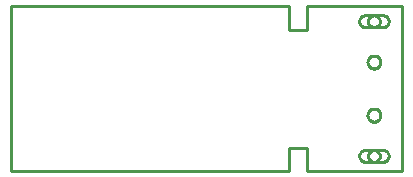
<source format=gbr>
G04 EAGLE Gerber RS-274X export*
G75*
%MOMM*%
%FSLAX34Y34*%
%LPD*%
%IN*%
%IPPOS*%
%AMOC8*
5,1,8,0,0,1.08239X$1,22.5*%
G01*
%ADD10C,0.254000*%


D10*
X949600Y340000D02*
X1185000Y340000D01*
X1185000Y360000D01*
X1200000Y360000D01*
X1200000Y340000D01*
X1280000Y340000D01*
X1280000Y480000D01*
X1200000Y480000D01*
X1200000Y460000D01*
X1185000Y460000D01*
X1185000Y480000D01*
X949600Y480000D01*
X949600Y340000D01*
X1244100Y467000D02*
X1244119Y466564D01*
X1244176Y466132D01*
X1244270Y465706D01*
X1244402Y465290D01*
X1244568Y464887D01*
X1244770Y464500D01*
X1245004Y464132D01*
X1245270Y463786D01*
X1245564Y463464D01*
X1245886Y463170D01*
X1246232Y462904D01*
X1246600Y462670D01*
X1246987Y462468D01*
X1247390Y462302D01*
X1247806Y462170D01*
X1248232Y462076D01*
X1248664Y462019D01*
X1249100Y462000D01*
X1264100Y462000D01*
X1264536Y462019D01*
X1264968Y462076D01*
X1265394Y462170D01*
X1265810Y462302D01*
X1266213Y462468D01*
X1266600Y462670D01*
X1266968Y462904D01*
X1267314Y463170D01*
X1267636Y463464D01*
X1267930Y463786D01*
X1268196Y464132D01*
X1268430Y464500D01*
X1268632Y464887D01*
X1268798Y465290D01*
X1268930Y465706D01*
X1269024Y466132D01*
X1269081Y466564D01*
X1269100Y467000D01*
X1269081Y467436D01*
X1269024Y467868D01*
X1268930Y468294D01*
X1268798Y468710D01*
X1268632Y469113D01*
X1268430Y469500D01*
X1268196Y469868D01*
X1267930Y470214D01*
X1267636Y470536D01*
X1267314Y470830D01*
X1266968Y471096D01*
X1266600Y471330D01*
X1266213Y471532D01*
X1265810Y471698D01*
X1265394Y471830D01*
X1264968Y471924D01*
X1264536Y471981D01*
X1264100Y472000D01*
X1249100Y472000D01*
X1248664Y471981D01*
X1248232Y471924D01*
X1247806Y471830D01*
X1247390Y471698D01*
X1246987Y471532D01*
X1246600Y471330D01*
X1246232Y471096D01*
X1245886Y470830D01*
X1245564Y470536D01*
X1245270Y470214D01*
X1245004Y469868D01*
X1244770Y469500D01*
X1244568Y469113D01*
X1244402Y468710D01*
X1244270Y468294D01*
X1244176Y467868D01*
X1244119Y467436D01*
X1244100Y467000D01*
X1244100Y353000D02*
X1244119Y352564D01*
X1244176Y352132D01*
X1244270Y351706D01*
X1244402Y351290D01*
X1244568Y350887D01*
X1244770Y350500D01*
X1245004Y350132D01*
X1245270Y349786D01*
X1245564Y349464D01*
X1245886Y349170D01*
X1246232Y348904D01*
X1246600Y348670D01*
X1246987Y348468D01*
X1247390Y348302D01*
X1247806Y348170D01*
X1248232Y348076D01*
X1248664Y348019D01*
X1249100Y348000D01*
X1264100Y348000D01*
X1264536Y348019D01*
X1264968Y348076D01*
X1265394Y348170D01*
X1265810Y348302D01*
X1266213Y348468D01*
X1266600Y348670D01*
X1266968Y348904D01*
X1267314Y349170D01*
X1267636Y349464D01*
X1267930Y349786D01*
X1268196Y350132D01*
X1268430Y350500D01*
X1268632Y350887D01*
X1268798Y351290D01*
X1268930Y351706D01*
X1269024Y352132D01*
X1269081Y352564D01*
X1269100Y353000D01*
X1269081Y353436D01*
X1269024Y353868D01*
X1268930Y354294D01*
X1268798Y354710D01*
X1268632Y355113D01*
X1268430Y355500D01*
X1268196Y355868D01*
X1267930Y356214D01*
X1267636Y356536D01*
X1267314Y356830D01*
X1266968Y357096D01*
X1266600Y357330D01*
X1266213Y357532D01*
X1265810Y357698D01*
X1265394Y357830D01*
X1264968Y357924D01*
X1264536Y357981D01*
X1264100Y358000D01*
X1249100Y358000D01*
X1248664Y357981D01*
X1248232Y357924D01*
X1247806Y357830D01*
X1247390Y357698D01*
X1246987Y357532D01*
X1246600Y357330D01*
X1246232Y357096D01*
X1245886Y356830D01*
X1245564Y356536D01*
X1245270Y356214D01*
X1245004Y355868D01*
X1244770Y355500D01*
X1244568Y355113D01*
X1244402Y354710D01*
X1244270Y354294D01*
X1244176Y353868D01*
X1244119Y353436D01*
X1244100Y353000D01*
X1256291Y427000D02*
X1255677Y427069D01*
X1255075Y427207D01*
X1254492Y427411D01*
X1253935Y427679D01*
X1253412Y428007D01*
X1252929Y428393D01*
X1252493Y428829D01*
X1252107Y429312D01*
X1251779Y429835D01*
X1251511Y430392D01*
X1251307Y430975D01*
X1251169Y431577D01*
X1251100Y432191D01*
X1251100Y432809D01*
X1251169Y433423D01*
X1251307Y434025D01*
X1251511Y434608D01*
X1251779Y435165D01*
X1252107Y435688D01*
X1252493Y436171D01*
X1252929Y436608D01*
X1253412Y436993D01*
X1253935Y437321D01*
X1254492Y437589D01*
X1255075Y437793D01*
X1255677Y437931D01*
X1256291Y438000D01*
X1256909Y438000D01*
X1257523Y437931D01*
X1258125Y437793D01*
X1258708Y437589D01*
X1259265Y437321D01*
X1259788Y436993D01*
X1260271Y436608D01*
X1260708Y436171D01*
X1261093Y435688D01*
X1261421Y435165D01*
X1261689Y434608D01*
X1261893Y434025D01*
X1262031Y433423D01*
X1262100Y432809D01*
X1262100Y432191D01*
X1262031Y431577D01*
X1261893Y430975D01*
X1261689Y430392D01*
X1261421Y429835D01*
X1261093Y429312D01*
X1260708Y428829D01*
X1260271Y428393D01*
X1259788Y428007D01*
X1259265Y427679D01*
X1258708Y427411D01*
X1258125Y427207D01*
X1257523Y427069D01*
X1256909Y427000D01*
X1256291Y427000D01*
X1256291Y382000D02*
X1255677Y382069D01*
X1255075Y382207D01*
X1254492Y382411D01*
X1253935Y382679D01*
X1253412Y383007D01*
X1252929Y383393D01*
X1252493Y383829D01*
X1252107Y384312D01*
X1251779Y384835D01*
X1251511Y385392D01*
X1251307Y385975D01*
X1251169Y386577D01*
X1251100Y387191D01*
X1251100Y387809D01*
X1251169Y388423D01*
X1251307Y389025D01*
X1251511Y389608D01*
X1251779Y390165D01*
X1252107Y390688D01*
X1252493Y391171D01*
X1252929Y391608D01*
X1253412Y391993D01*
X1253935Y392321D01*
X1254492Y392589D01*
X1255075Y392793D01*
X1255677Y392931D01*
X1256291Y393000D01*
X1256909Y393000D01*
X1257523Y392931D01*
X1258125Y392793D01*
X1258708Y392589D01*
X1259265Y392321D01*
X1259788Y391993D01*
X1260271Y391608D01*
X1260708Y391171D01*
X1261093Y390688D01*
X1261421Y390165D01*
X1261689Y389608D01*
X1261893Y389025D01*
X1262031Y388423D01*
X1262100Y387809D01*
X1262100Y387191D01*
X1262031Y386577D01*
X1261893Y385975D01*
X1261689Y385392D01*
X1261421Y384835D01*
X1261093Y384312D01*
X1260708Y383829D01*
X1260271Y383393D01*
X1259788Y383007D01*
X1259265Y382679D01*
X1258708Y382411D01*
X1258125Y382207D01*
X1257523Y382069D01*
X1256909Y382000D01*
X1256291Y382000D01*
X1256319Y462000D02*
X1255761Y462063D01*
X1255214Y462188D01*
X1254684Y462373D01*
X1254178Y462617D01*
X1253702Y462916D01*
X1253263Y463266D01*
X1252866Y463663D01*
X1252516Y464102D01*
X1252217Y464578D01*
X1251973Y465084D01*
X1251788Y465614D01*
X1251663Y466161D01*
X1251600Y466719D01*
X1251600Y467281D01*
X1251663Y467839D01*
X1251788Y468386D01*
X1251973Y468916D01*
X1252217Y469422D01*
X1252516Y469898D01*
X1252866Y470337D01*
X1253263Y470734D01*
X1253702Y471084D01*
X1254178Y471383D01*
X1254684Y471627D01*
X1255214Y471812D01*
X1255761Y471937D01*
X1256319Y472000D01*
X1256881Y472000D01*
X1257439Y471937D01*
X1257986Y471812D01*
X1258516Y471627D01*
X1259022Y471383D01*
X1259498Y471084D01*
X1259937Y470734D01*
X1260334Y470337D01*
X1260684Y469898D01*
X1260983Y469422D01*
X1261227Y468916D01*
X1261412Y468386D01*
X1261537Y467839D01*
X1261600Y467281D01*
X1261600Y466719D01*
X1261537Y466161D01*
X1261412Y465614D01*
X1261227Y465084D01*
X1260983Y464578D01*
X1260684Y464102D01*
X1260334Y463663D01*
X1259937Y463266D01*
X1259498Y462916D01*
X1259022Y462617D01*
X1258516Y462373D01*
X1257986Y462188D01*
X1257439Y462063D01*
X1256881Y462000D01*
X1256319Y462000D01*
X1256319Y348000D02*
X1255761Y348063D01*
X1255214Y348188D01*
X1254684Y348373D01*
X1254178Y348617D01*
X1253702Y348916D01*
X1253263Y349266D01*
X1252866Y349663D01*
X1252516Y350102D01*
X1252217Y350578D01*
X1251973Y351084D01*
X1251788Y351614D01*
X1251663Y352161D01*
X1251600Y352719D01*
X1251600Y353281D01*
X1251663Y353839D01*
X1251788Y354386D01*
X1251973Y354916D01*
X1252217Y355422D01*
X1252516Y355898D01*
X1252866Y356337D01*
X1253263Y356734D01*
X1253702Y357084D01*
X1254178Y357383D01*
X1254684Y357627D01*
X1255214Y357812D01*
X1255761Y357937D01*
X1256319Y358000D01*
X1256881Y358000D01*
X1257439Y357937D01*
X1257986Y357812D01*
X1258516Y357627D01*
X1259022Y357383D01*
X1259498Y357084D01*
X1259937Y356734D01*
X1260334Y356337D01*
X1260684Y355898D01*
X1260983Y355422D01*
X1261227Y354916D01*
X1261412Y354386D01*
X1261537Y353839D01*
X1261600Y353281D01*
X1261600Y352719D01*
X1261537Y352161D01*
X1261412Y351614D01*
X1261227Y351084D01*
X1260983Y350578D01*
X1260684Y350102D01*
X1260334Y349663D01*
X1259937Y349266D01*
X1259498Y348916D01*
X1259022Y348617D01*
X1258516Y348373D01*
X1257986Y348188D01*
X1257439Y348063D01*
X1256881Y348000D01*
X1256319Y348000D01*
M02*

</source>
